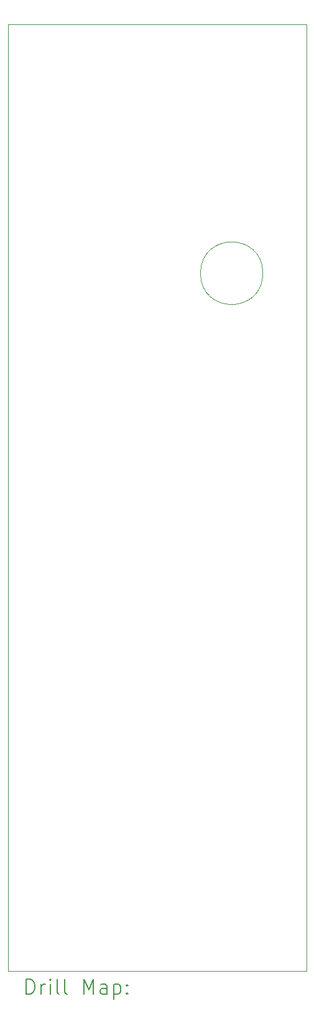
<source format=gbr>
%TF.GenerationSoftware,KiCad,Pcbnew,(6.0.9-0)*%
%TF.CreationDate,2023-02-07T08:36:39+01:00*%
%TF.ProjectId,fp_SDU460,66705f53-4455-4343-9630-2e6b69636164,A*%
%TF.SameCoordinates,Original*%
%TF.FileFunction,Drillmap*%
%TF.FilePolarity,Positive*%
%FSLAX45Y45*%
G04 Gerber Fmt 4.5, Leading zero omitted, Abs format (unit mm)*
G04 Created by KiCad (PCBNEW (6.0.9-0)) date 2023-02-07 08:36:39*
%MOMM*%
%LPD*%
G01*
G04 APERTURE LIST*
%ADD10C,0.100000*%
%ADD11C,0.200000*%
G04 APERTURE END LIST*
D10*
X6604000Y-4240500D02*
X10668000Y-4240500D01*
X10668000Y-4240500D02*
X10668000Y-17095500D01*
X10668000Y-17095500D02*
X6604000Y-17095500D01*
X6604000Y-17095500D02*
X6604000Y-4240500D01*
X10077000Y-7620000D02*
G75*
G03*
X10077000Y-7620000I-425000J0D01*
G01*
D11*
X6856619Y-17410976D02*
X6856619Y-17210976D01*
X6904238Y-17210976D01*
X6932809Y-17220500D01*
X6951857Y-17239548D01*
X6961381Y-17258595D01*
X6970905Y-17296690D01*
X6970905Y-17325262D01*
X6961381Y-17363357D01*
X6951857Y-17382405D01*
X6932809Y-17401452D01*
X6904238Y-17410976D01*
X6856619Y-17410976D01*
X7056619Y-17410976D02*
X7056619Y-17277643D01*
X7056619Y-17315738D02*
X7066143Y-17296690D01*
X7075667Y-17287167D01*
X7094714Y-17277643D01*
X7113762Y-17277643D01*
X7180428Y-17410976D02*
X7180428Y-17277643D01*
X7180428Y-17210976D02*
X7170905Y-17220500D01*
X7180428Y-17230024D01*
X7189952Y-17220500D01*
X7180428Y-17210976D01*
X7180428Y-17230024D01*
X7304238Y-17410976D02*
X7285190Y-17401452D01*
X7275667Y-17382405D01*
X7275667Y-17210976D01*
X7409000Y-17410976D02*
X7389952Y-17401452D01*
X7380428Y-17382405D01*
X7380428Y-17210976D01*
X7637571Y-17410976D02*
X7637571Y-17210976D01*
X7704238Y-17353833D01*
X7770905Y-17210976D01*
X7770905Y-17410976D01*
X7951857Y-17410976D02*
X7951857Y-17306214D01*
X7942333Y-17287167D01*
X7923286Y-17277643D01*
X7885190Y-17277643D01*
X7866143Y-17287167D01*
X7951857Y-17401452D02*
X7932809Y-17410976D01*
X7885190Y-17410976D01*
X7866143Y-17401452D01*
X7856619Y-17382405D01*
X7856619Y-17363357D01*
X7866143Y-17344310D01*
X7885190Y-17334786D01*
X7932809Y-17334786D01*
X7951857Y-17325262D01*
X8047095Y-17277643D02*
X8047095Y-17477643D01*
X8047095Y-17287167D02*
X8066143Y-17277643D01*
X8104238Y-17277643D01*
X8123286Y-17287167D01*
X8132809Y-17296690D01*
X8142333Y-17315738D01*
X8142333Y-17372881D01*
X8132809Y-17391929D01*
X8123286Y-17401452D01*
X8104238Y-17410976D01*
X8066143Y-17410976D01*
X8047095Y-17401452D01*
X8228048Y-17391929D02*
X8237571Y-17401452D01*
X8228048Y-17410976D01*
X8218524Y-17401452D01*
X8228048Y-17391929D01*
X8228048Y-17410976D01*
X8228048Y-17287167D02*
X8237571Y-17296690D01*
X8228048Y-17306214D01*
X8218524Y-17296690D01*
X8228048Y-17287167D01*
X8228048Y-17306214D01*
M02*

</source>
